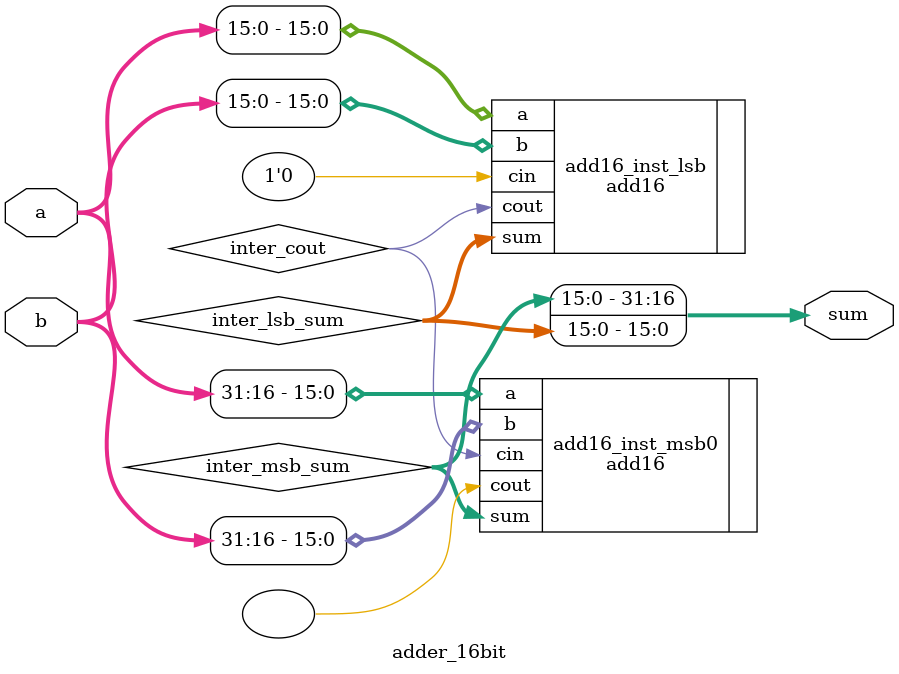
<source format=v>


// module add16 ( input[15:0] a, input[15:0] b, input cin, output[15:0] sum, output cout );
module adder_16bit(
    input [31:0] a,
    input [31:0] b,
    output [31:0] sum
);
    wire [15:0] inter_sum0;
    wire [15:0] inter_sum1;
    wire [15:0] inter_lsb_sum;
    wire [15:0] inter_msb_sum;
    wire inter_cout;
    add16 add16_inst_lsb(.a(a[15:0]), .b(b[15:0]), .cin(1'b0), .sum(inter_lsb_sum), .cout(inter_cout));
    add16 add16_inst_msb0(.a(a[31:16]), .b(b[31:16]), .cin(inter_cout), .sum(inter_msb_sum), .cout());
    
    assign sum = {inter_msb_sum, inter_lsb_sum};
    
endmodule

</source>
